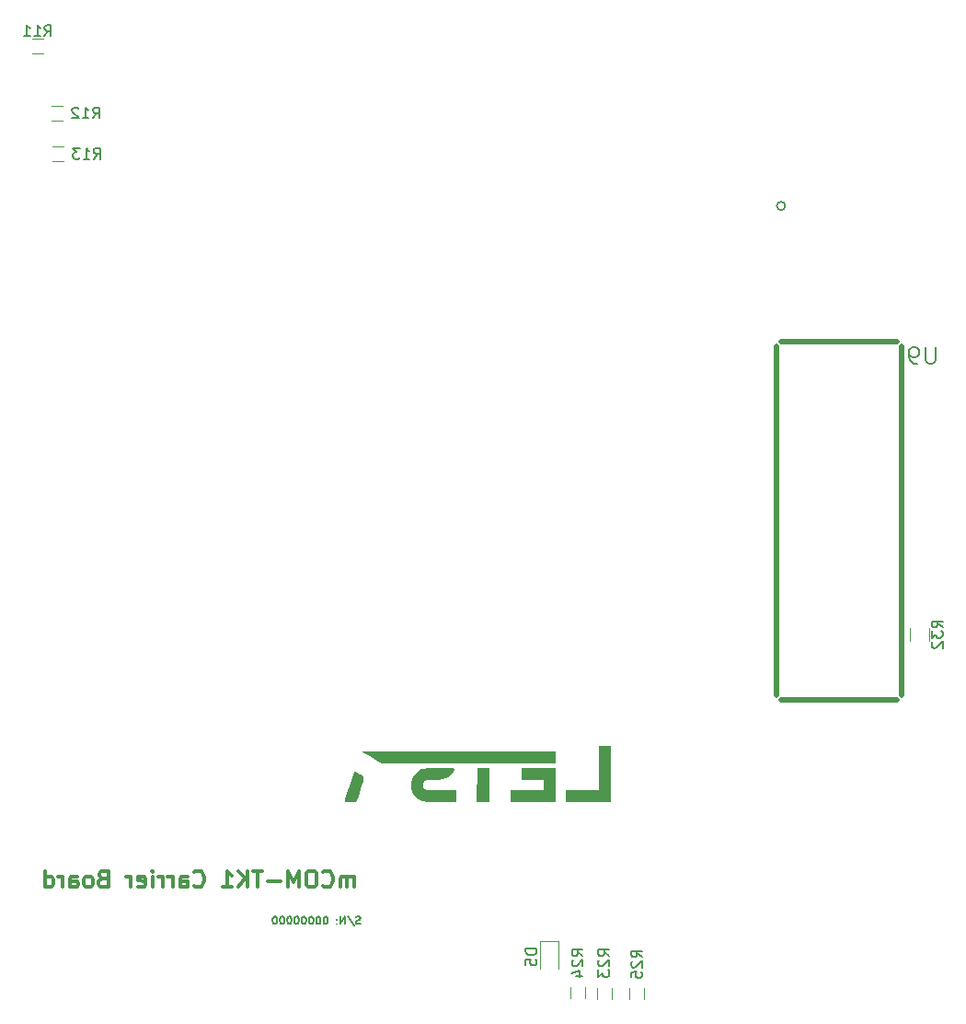
<source format=gbr>
G04 This is an RS-274x file exported by *
G04 gerbv version 2.6.1 *
G04 More information is available about gerbv at *
G04 http://gerbv.geda-project.org/ *
G04 --End of header info--*
%MOIN*%
%FSLAX34Y34*%
%IPPOS*%
G04 --Define apertures--*
%ADD10C,0.0039*%
%ADD11C,0.0069*%
%ADD12C,0.0118*%
%ADD13C,0.0004*%
%ADD14C,0.0060*%
%ADD15C,0.0047*%
%ADD16C,0.0197*%
%ADD17C,0.0059*%
G04 --Start main section--*
G54D11*
G01X0046175Y-042238D02*
G01X0046135Y-042251D01*
G01X0046135Y-042251D02*
G01X0046070Y-042251D01*
G01X0046070Y-042251D02*
G01X0046043Y-042238D01*
G01X0046043Y-042238D02*
G01X0046030Y-042224D01*
G01X0046030Y-042224D02*
G01X0046017Y-042198D01*
G01X0046017Y-042198D02*
G01X0046017Y-042172D01*
G01X0046017Y-042172D02*
G01X0046030Y-042146D01*
G01X0046030Y-042146D02*
G01X0046043Y-042133D01*
G01X0046043Y-042133D02*
G01X0046070Y-042119D01*
G01X0046070Y-042119D02*
G01X0046122Y-042106D01*
G01X0046122Y-042106D02*
G01X0046148Y-042093D01*
G01X0046148Y-042093D02*
G01X0046161Y-042080D01*
G01X0046161Y-042080D02*
G01X0046175Y-042054D01*
G01X0046175Y-042054D02*
G01X0046175Y-042028D01*
G01X0046175Y-042028D02*
G01X0046161Y-042001D01*
G01X0046161Y-042001D02*
G01X0046148Y-041988D01*
G01X0046148Y-041988D02*
G01X0046122Y-041975D01*
G01X0046122Y-041975D02*
G01X0046056Y-041975D01*
G01X0046056Y-041975D02*
G01X0046017Y-041988D01*
G01X0045702Y-041962D02*
G01X0045938Y-042316D01*
G01X0045610Y-042251D02*
G01X0045610Y-041975D01*
G01X0045610Y-041975D02*
G01X0045453Y-042251D01*
G01X0045453Y-042251D02*
G01X0045453Y-041975D01*
G01X0045322Y-042224D02*
G01X0045308Y-042238D01*
G01X0045308Y-042238D02*
G01X0045322Y-042251D01*
G01X0045322Y-042251D02*
G01X0045335Y-042238D01*
G01X0045335Y-042238D02*
G01X0045322Y-042224D01*
G01X0045322Y-042224D02*
G01X0045322Y-042251D01*
G01X0045322Y-042080D02*
G01X0045308Y-042093D01*
G01X0045308Y-042093D02*
G01X0045322Y-042106D01*
G01X0045322Y-042106D02*
G01X0045335Y-042093D01*
G01X0045335Y-042093D02*
G01X0045322Y-042080D01*
G01X0045322Y-042080D02*
G01X0045322Y-042106D01*
G01X0044928Y-041975D02*
G01X0044902Y-041975D01*
G01X0044902Y-041975D02*
G01X0044875Y-041988D01*
G01X0044875Y-041988D02*
G01X0044862Y-042001D01*
G01X0044862Y-042001D02*
G01X0044849Y-042028D01*
G01X0044849Y-042028D02*
G01X0044836Y-042080D01*
G01X0044836Y-042080D02*
G01X0044836Y-042146D01*
G01X0044836Y-042146D02*
G01X0044849Y-042198D01*
G01X0044849Y-042198D02*
G01X0044862Y-042224D01*
G01X0044862Y-042224D02*
G01X0044875Y-042238D01*
G01X0044875Y-042238D02*
G01X0044902Y-042251D01*
G01X0044902Y-042251D02*
G01X0044928Y-042251D01*
G01X0044928Y-042251D02*
G01X0044954Y-042238D01*
G01X0044954Y-042238D02*
G01X0044967Y-042224D01*
G01X0044967Y-042224D02*
G01X0044980Y-042198D01*
G01X0044980Y-042198D02*
G01X0044993Y-042146D01*
G01X0044993Y-042146D02*
G01X0044993Y-042080D01*
G01X0044993Y-042080D02*
G01X0044980Y-042028D01*
G01X0044980Y-042028D02*
G01X0044967Y-042001D01*
G01X0044967Y-042001D02*
G01X0044954Y-041988D01*
G01X0044954Y-041988D02*
G01X0044928Y-041975D01*
G01X0044665Y-041975D02*
G01X0044639Y-041975D01*
G01X0044639Y-041975D02*
G01X0044613Y-041988D01*
G01X0044613Y-041988D02*
G01X0044600Y-042001D01*
G01X0044600Y-042001D02*
G01X0044587Y-042028D01*
G01X0044587Y-042028D02*
G01X0044573Y-042080D01*
G01X0044573Y-042080D02*
G01X0044573Y-042146D01*
G01X0044573Y-042146D02*
G01X0044587Y-042198D01*
G01X0044587Y-042198D02*
G01X0044600Y-042224D01*
G01X0044600Y-042224D02*
G01X0044613Y-042238D01*
G01X0044613Y-042238D02*
G01X0044639Y-042251D01*
G01X0044639Y-042251D02*
G01X0044665Y-042251D01*
G01X0044665Y-042251D02*
G01X0044692Y-042238D01*
G01X0044692Y-042238D02*
G01X0044705Y-042224D01*
G01X0044705Y-042224D02*
G01X0044718Y-042198D01*
G01X0044718Y-042198D02*
G01X0044731Y-042146D01*
G01X0044731Y-042146D02*
G01X0044731Y-042080D01*
G01X0044731Y-042080D02*
G01X0044718Y-042028D01*
G01X0044718Y-042028D02*
G01X0044705Y-042001D01*
G01X0044705Y-042001D02*
G01X0044692Y-041988D01*
G01X0044692Y-041988D02*
G01X0044665Y-041975D01*
G01X0044403Y-041975D02*
G01X0044377Y-041975D01*
G01X0044377Y-041975D02*
G01X0044350Y-041988D01*
G01X0044350Y-041988D02*
G01X0044337Y-042001D01*
G01X0044337Y-042001D02*
G01X0044324Y-042028D01*
G01X0044324Y-042028D02*
G01X0044311Y-042080D01*
G01X0044311Y-042080D02*
G01X0044311Y-042146D01*
G01X0044311Y-042146D02*
G01X0044324Y-042198D01*
G01X0044324Y-042198D02*
G01X0044337Y-042224D01*
G01X0044337Y-042224D02*
G01X0044350Y-042238D01*
G01X0044350Y-042238D02*
G01X0044377Y-042251D01*
G01X0044377Y-042251D02*
G01X0044403Y-042251D01*
G01X0044403Y-042251D02*
G01X0044429Y-042238D01*
G01X0044429Y-042238D02*
G01X0044442Y-042224D01*
G01X0044442Y-042224D02*
G01X0044455Y-042198D01*
G01X0044455Y-042198D02*
G01X0044469Y-042146D01*
G01X0044469Y-042146D02*
G01X0044469Y-042080D01*
G01X0044469Y-042080D02*
G01X0044455Y-042028D01*
G01X0044455Y-042028D02*
G01X0044442Y-042001D01*
G01X0044442Y-042001D02*
G01X0044429Y-041988D01*
G01X0044429Y-041988D02*
G01X0044403Y-041975D01*
G01X0044140Y-041975D02*
G01X0044114Y-041975D01*
G01X0044114Y-041975D02*
G01X0044088Y-041988D01*
G01X0044088Y-041988D02*
G01X0044075Y-042001D01*
G01X0044075Y-042001D02*
G01X0044062Y-042028D01*
G01X0044062Y-042028D02*
G01X0044049Y-042080D01*
G01X0044049Y-042080D02*
G01X0044049Y-042146D01*
G01X0044049Y-042146D02*
G01X0044062Y-042198D01*
G01X0044062Y-042198D02*
G01X0044075Y-042224D01*
G01X0044075Y-042224D02*
G01X0044088Y-042238D01*
G01X0044088Y-042238D02*
G01X0044114Y-042251D01*
G01X0044114Y-042251D02*
G01X0044140Y-042251D01*
G01X0044140Y-042251D02*
G01X0044167Y-042238D01*
G01X0044167Y-042238D02*
G01X0044180Y-042224D01*
G01X0044180Y-042224D02*
G01X0044193Y-042198D01*
G01X0044193Y-042198D02*
G01X0044206Y-042146D01*
G01X0044206Y-042146D02*
G01X0044206Y-042080D01*
G01X0044206Y-042080D02*
G01X0044193Y-042028D01*
G01X0044193Y-042028D02*
G01X0044180Y-042001D01*
G01X0044180Y-042001D02*
G01X0044167Y-041988D01*
G01X0044167Y-041988D02*
G01X0044140Y-041975D01*
G01X0043878Y-041975D02*
G01X0043852Y-041975D01*
G01X0043852Y-041975D02*
G01X0043825Y-041988D01*
G01X0043825Y-041988D02*
G01X0043812Y-042001D01*
G01X0043812Y-042001D02*
G01X0043799Y-042028D01*
G01X0043799Y-042028D02*
G01X0043786Y-042080D01*
G01X0043786Y-042080D02*
G01X0043786Y-042146D01*
G01X0043786Y-042146D02*
G01X0043799Y-042198D01*
G01X0043799Y-042198D02*
G01X0043812Y-042224D01*
G01X0043812Y-042224D02*
G01X0043825Y-042238D01*
G01X0043825Y-042238D02*
G01X0043852Y-042251D01*
G01X0043852Y-042251D02*
G01X0043878Y-042251D01*
G01X0043878Y-042251D02*
G01X0043904Y-042238D01*
G01X0043904Y-042238D02*
G01X0043917Y-042224D01*
G01X0043917Y-042224D02*
G01X0043930Y-042198D01*
G01X0043930Y-042198D02*
G01X0043944Y-042146D01*
G01X0043944Y-042146D02*
G01X0043944Y-042080D01*
G01X0043944Y-042080D02*
G01X0043930Y-042028D01*
G01X0043930Y-042028D02*
G01X0043917Y-042001D01*
G01X0043917Y-042001D02*
G01X0043904Y-041988D01*
G01X0043904Y-041988D02*
G01X0043878Y-041975D01*
G01X0043615Y-041975D02*
G01X0043589Y-041975D01*
G01X0043589Y-041975D02*
G01X0043563Y-041988D01*
G01X0043563Y-041988D02*
G01X0043550Y-042001D01*
G01X0043550Y-042001D02*
G01X0043537Y-042028D01*
G01X0043537Y-042028D02*
G01X0043524Y-042080D01*
G01X0043524Y-042080D02*
G01X0043524Y-042146D01*
G01X0043524Y-042146D02*
G01X0043537Y-042198D01*
G01X0043537Y-042198D02*
G01X0043550Y-042224D01*
G01X0043550Y-042224D02*
G01X0043563Y-042238D01*
G01X0043563Y-042238D02*
G01X0043589Y-042251D01*
G01X0043589Y-042251D02*
G01X0043615Y-042251D01*
G01X0043615Y-042251D02*
G01X0043642Y-042238D01*
G01X0043642Y-042238D02*
G01X0043655Y-042224D01*
G01X0043655Y-042224D02*
G01X0043668Y-042198D01*
G01X0043668Y-042198D02*
G01X0043681Y-042146D01*
G01X0043681Y-042146D02*
G01X0043681Y-042080D01*
G01X0043681Y-042080D02*
G01X0043668Y-042028D01*
G01X0043668Y-042028D02*
G01X0043655Y-042001D01*
G01X0043655Y-042001D02*
G01X0043642Y-041988D01*
G01X0043642Y-041988D02*
G01X0043615Y-041975D01*
G01X0043353Y-041975D02*
G01X0043327Y-041975D01*
G01X0043327Y-041975D02*
G01X0043301Y-041988D01*
G01X0043301Y-041988D02*
G01X0043287Y-042001D01*
G01X0043287Y-042001D02*
G01X0043274Y-042028D01*
G01X0043274Y-042028D02*
G01X0043261Y-042080D01*
G01X0043261Y-042080D02*
G01X0043261Y-042146D01*
G01X0043261Y-042146D02*
G01X0043274Y-042198D01*
G01X0043274Y-042198D02*
G01X0043287Y-042224D01*
G01X0043287Y-042224D02*
G01X0043301Y-042238D01*
G01X0043301Y-042238D02*
G01X0043327Y-042251D01*
G01X0043327Y-042251D02*
G01X0043353Y-042251D01*
G01X0043353Y-042251D02*
G01X0043379Y-042238D01*
G01X0043379Y-042238D02*
G01X0043392Y-042224D01*
G01X0043392Y-042224D02*
G01X0043406Y-042198D01*
G01X0043406Y-042198D02*
G01X0043419Y-042146D01*
G01X0043419Y-042146D02*
G01X0043419Y-042080D01*
G01X0043419Y-042080D02*
G01X0043406Y-042028D01*
G01X0043406Y-042028D02*
G01X0043392Y-042001D01*
G01X0043392Y-042001D02*
G01X0043379Y-041988D01*
G01X0043379Y-041988D02*
G01X0043353Y-041975D01*
G01X0043091Y-041975D02*
G01X0043064Y-041975D01*
G01X0043064Y-041975D02*
G01X0043038Y-041988D01*
G01X0043038Y-041988D02*
G01X0043025Y-042001D01*
G01X0043025Y-042001D02*
G01X0043012Y-042028D01*
G01X0043012Y-042028D02*
G01X0042999Y-042080D01*
G01X0042999Y-042080D02*
G01X0042999Y-042146D01*
G01X0042999Y-042146D02*
G01X0043012Y-042198D01*
G01X0043012Y-042198D02*
G01X0043025Y-042224D01*
G01X0043025Y-042224D02*
G01X0043038Y-042238D01*
G01X0043038Y-042238D02*
G01X0043064Y-042251D01*
G01X0043064Y-042251D02*
G01X0043091Y-042251D01*
G01X0043091Y-042251D02*
G01X0043117Y-042238D01*
G01X0043117Y-042238D02*
G01X0043130Y-042224D01*
G01X0043130Y-042224D02*
G01X0043143Y-042198D01*
G01X0043143Y-042198D02*
G01X0043156Y-042146D01*
G01X0043156Y-042146D02*
G01X0043156Y-042080D01*
G01X0043156Y-042080D02*
G01X0043143Y-042028D01*
G01X0043143Y-042028D02*
G01X0043130Y-042001D01*
G01X0043130Y-042001D02*
G01X0043117Y-041988D01*
G01X0043117Y-041988D02*
G01X0043091Y-041975D01*
G54D12*
G01X0045951Y-040917D02*
G01X0045951Y-040523D01*
G01X0045951Y-040579D02*
G01X0045922Y-040551D01*
G01X0045922Y-040551D02*
G01X0045866Y-040523D01*
G01X0045866Y-040523D02*
G01X0045782Y-040523D01*
G01X0045782Y-040523D02*
G01X0045726Y-040551D01*
G01X0045726Y-040551D02*
G01X0045697Y-040607D01*
G01X0045697Y-040607D02*
G01X0045697Y-040917D01*
G01X0045697Y-040607D02*
G01X0045669Y-040551D01*
G01X0045669Y-040551D02*
G01X0045613Y-040523D01*
G01X0045613Y-040523D02*
G01X0045529Y-040523D01*
G01X0045529Y-040523D02*
G01X0045472Y-040551D01*
G01X0045472Y-040551D02*
G01X0045444Y-040607D01*
G01X0045444Y-040607D02*
G01X0045444Y-040917D01*
G01X0044826Y-040861D02*
G01X0044854Y-040889D01*
G01X0044854Y-040889D02*
G01X0044938Y-040917D01*
G01X0044938Y-040917D02*
G01X0044994Y-040917D01*
G01X0044994Y-040917D02*
G01X0045079Y-040889D01*
G01X0045079Y-040889D02*
G01X0045135Y-040832D01*
G01X0045135Y-040832D02*
G01X0045163Y-040776D01*
G01X0045163Y-040776D02*
G01X0045191Y-040664D01*
G01X0045191Y-040664D02*
G01X0045191Y-040579D01*
G01X0045191Y-040579D02*
G01X0045163Y-040467D01*
G01X0045163Y-040467D02*
G01X0045135Y-040411D01*
G01X0045135Y-040411D02*
G01X0045079Y-040354D01*
G01X0045079Y-040354D02*
G01X0044994Y-040326D01*
G01X0044994Y-040326D02*
G01X0044938Y-040326D01*
G01X0044938Y-040326D02*
G01X0044854Y-040354D01*
G01X0044854Y-040354D02*
G01X0044826Y-040382D01*
G01X0044460Y-040326D02*
G01X0044348Y-040326D01*
G01X0044348Y-040326D02*
G01X0044291Y-040354D01*
G01X0044291Y-040354D02*
G01X0044235Y-040411D01*
G01X0044235Y-040411D02*
G01X0044207Y-040523D01*
G01X0044207Y-040523D02*
G01X0044207Y-040720D01*
G01X0044207Y-040720D02*
G01X0044235Y-040832D01*
G01X0044235Y-040832D02*
G01X0044291Y-040889D01*
G01X0044291Y-040889D02*
G01X0044348Y-040917D01*
G01X0044348Y-040917D02*
G01X0044460Y-040917D01*
G01X0044460Y-040917D02*
G01X0044516Y-040889D01*
G01X0044516Y-040889D02*
G01X0044573Y-040832D01*
G01X0044573Y-040832D02*
G01X0044601Y-040720D01*
G01X0044601Y-040720D02*
G01X0044601Y-040523D01*
G01X0044601Y-040523D02*
G01X0044573Y-040411D01*
G01X0044573Y-040411D02*
G01X0044516Y-040354D01*
G01X0044516Y-040354D02*
G01X0044460Y-040326D01*
G01X0043954Y-040917D02*
G01X0043954Y-040326D01*
G01X0043954Y-040326D02*
G01X0043757Y-040748D01*
G01X0043757Y-040748D02*
G01X0043560Y-040326D01*
G01X0043560Y-040326D02*
G01X0043560Y-040917D01*
G01X0043279Y-040692D02*
G01X0042829Y-040692D01*
G01X0042632Y-040326D02*
G01X0042295Y-040326D01*
G01X0042463Y-040917D02*
G01X0042463Y-040326D01*
G01X0042098Y-040917D02*
G01X0042098Y-040326D01*
G01X0041760Y-040917D02*
G01X0042013Y-040579D01*
G01X0041760Y-040326D02*
G01X0042098Y-040664D01*
G01X0041198Y-040917D02*
G01X0041535Y-040917D01*
G01X0041367Y-040917D02*
G01X0041367Y-040326D01*
G01X0041367Y-040326D02*
G01X0041423Y-040411D01*
G01X0041423Y-040411D02*
G01X0041479Y-040467D01*
G01X0041479Y-040467D02*
G01X0041535Y-040495D01*
G01X0040157Y-040861D02*
G01X0040186Y-040889D01*
G01X0040186Y-040889D02*
G01X0040270Y-040917D01*
G01X0040270Y-040917D02*
G01X0040326Y-040917D01*
G01X0040326Y-040917D02*
G01X0040411Y-040889D01*
G01X0040411Y-040889D02*
G01X0040467Y-040832D01*
G01X0040467Y-040832D02*
G01X0040495Y-040776D01*
G01X0040495Y-040776D02*
G01X0040523Y-040664D01*
G01X0040523Y-040664D02*
G01X0040523Y-040579D01*
G01X0040523Y-040579D02*
G01X0040495Y-040467D01*
G01X0040495Y-040467D02*
G01X0040467Y-040411D01*
G01X0040467Y-040411D02*
G01X0040411Y-040354D01*
G01X0040411Y-040354D02*
G01X0040326Y-040326D01*
G01X0040326Y-040326D02*
G01X0040270Y-040326D01*
G01X0040270Y-040326D02*
G01X0040186Y-040354D01*
G01X0040186Y-040354D02*
G01X0040157Y-040382D01*
G01X0039651Y-040917D02*
G01X0039651Y-040607D01*
G01X0039651Y-040607D02*
G01X0039679Y-040551D01*
G01X0039679Y-040551D02*
G01X0039736Y-040523D01*
G01X0039736Y-040523D02*
G01X0039848Y-040523D01*
G01X0039848Y-040523D02*
G01X0039904Y-040551D01*
G01X0039651Y-040889D02*
G01X0039708Y-040917D01*
G01X0039708Y-040917D02*
G01X0039848Y-040917D01*
G01X0039848Y-040917D02*
G01X0039904Y-040889D01*
G01X0039904Y-040889D02*
G01X0039933Y-040832D01*
G01X0039933Y-040832D02*
G01X0039933Y-040776D01*
G01X0039933Y-040776D02*
G01X0039904Y-040720D01*
G01X0039904Y-040720D02*
G01X0039848Y-040692D01*
G01X0039848Y-040692D02*
G01X0039708Y-040692D01*
G01X0039708Y-040692D02*
G01X0039651Y-040664D01*
G01X0039370Y-040917D02*
G01X0039370Y-040523D01*
G01X0039370Y-040636D02*
G01X0039342Y-040579D01*
G01X0039342Y-040579D02*
G01X0039314Y-040551D01*
G01X0039314Y-040551D02*
G01X0039258Y-040523D01*
G01X0039258Y-040523D02*
G01X0039201Y-040523D01*
G01X0039005Y-040917D02*
G01X0039005Y-040523D01*
G01X0039005Y-040636D02*
G01X0038976Y-040579D01*
G01X0038976Y-040579D02*
G01X0038948Y-040551D01*
G01X0038948Y-040551D02*
G01X0038892Y-040523D01*
G01X0038892Y-040523D02*
G01X0038836Y-040523D01*
G01X0038639Y-040917D02*
G01X0038639Y-040523D01*
G01X0038639Y-040326D02*
G01X0038667Y-040354D01*
G01X0038667Y-040354D02*
G01X0038639Y-040382D01*
G01X0038639Y-040382D02*
G01X0038611Y-040354D01*
G01X0038611Y-040354D02*
G01X0038639Y-040326D01*
G01X0038639Y-040326D02*
G01X0038639Y-040382D01*
G01X0038133Y-040889D02*
G01X0038189Y-040917D01*
G01X0038189Y-040917D02*
G01X0038301Y-040917D01*
G01X0038301Y-040917D02*
G01X0038358Y-040889D01*
G01X0038358Y-040889D02*
G01X0038386Y-040832D01*
G01X0038386Y-040832D02*
G01X0038386Y-040607D01*
G01X0038386Y-040607D02*
G01X0038358Y-040551D01*
G01X0038358Y-040551D02*
G01X0038301Y-040523D01*
G01X0038301Y-040523D02*
G01X0038189Y-040523D01*
G01X0038189Y-040523D02*
G01X0038133Y-040551D01*
G01X0038133Y-040551D02*
G01X0038105Y-040607D01*
G01X0038105Y-040607D02*
G01X0038105Y-040664D01*
G01X0038105Y-040664D02*
G01X0038386Y-040720D01*
G01X0037852Y-040917D02*
G01X0037852Y-040523D01*
G01X0037852Y-040636D02*
G01X0037823Y-040579D01*
G01X0037823Y-040579D02*
G01X0037795Y-040551D01*
G01X0037795Y-040551D02*
G01X0037739Y-040523D01*
G01X0037739Y-040523D02*
G01X0037683Y-040523D01*
G01X0036839Y-040607D02*
G01X0036755Y-040636D01*
G01X0036755Y-040636D02*
G01X0036727Y-040664D01*
G01X0036727Y-040664D02*
G01X0036699Y-040720D01*
G01X0036699Y-040720D02*
G01X0036699Y-040804D01*
G01X0036699Y-040804D02*
G01X0036727Y-040861D01*
G01X0036727Y-040861D02*
G01X0036755Y-040889D01*
G01X0036755Y-040889D02*
G01X0036811Y-040917D01*
G01X0036811Y-040917D02*
G01X0037036Y-040917D01*
G01X0037036Y-040917D02*
G01X0037036Y-040326D01*
G01X0037036Y-040326D02*
G01X0036839Y-040326D01*
G01X0036839Y-040326D02*
G01X0036783Y-040354D01*
G01X0036783Y-040354D02*
G01X0036755Y-040382D01*
G01X0036755Y-040382D02*
G01X0036727Y-040439D01*
G01X0036727Y-040439D02*
G01X0036727Y-040495D01*
G01X0036727Y-040495D02*
G01X0036755Y-040551D01*
G01X0036755Y-040551D02*
G01X0036783Y-040579D01*
G01X0036783Y-040579D02*
G01X0036839Y-040607D01*
G01X0036839Y-040607D02*
G01X0037036Y-040607D01*
G01X0036361Y-040917D02*
G01X0036417Y-040889D01*
G01X0036417Y-040889D02*
G01X0036445Y-040861D01*
G01X0036445Y-040861D02*
G01X0036474Y-040804D01*
G01X0036474Y-040804D02*
G01X0036474Y-040636D01*
G01X0036474Y-040636D02*
G01X0036445Y-040579D01*
G01X0036445Y-040579D02*
G01X0036417Y-040551D01*
G01X0036417Y-040551D02*
G01X0036361Y-040523D01*
G01X0036361Y-040523D02*
G01X0036277Y-040523D01*
G01X0036277Y-040523D02*
G01X0036220Y-040551D01*
G01X0036220Y-040551D02*
G01X0036192Y-040579D01*
G01X0036192Y-040579D02*
G01X0036164Y-040636D01*
G01X0036164Y-040636D02*
G01X0036164Y-040804D01*
G01X0036164Y-040804D02*
G01X0036192Y-040861D01*
G01X0036192Y-040861D02*
G01X0036220Y-040889D01*
G01X0036220Y-040889D02*
G01X0036277Y-040917D01*
G01X0036277Y-040917D02*
G01X0036361Y-040917D01*
G01X0035658Y-040917D02*
G01X0035658Y-040607D01*
G01X0035658Y-040607D02*
G01X0035686Y-040551D01*
G01X0035686Y-040551D02*
G01X0035742Y-040523D01*
G01X0035742Y-040523D02*
G01X0035855Y-040523D01*
G01X0035855Y-040523D02*
G01X0035911Y-040551D01*
G01X0035658Y-040889D02*
G01X0035714Y-040917D01*
G01X0035714Y-040917D02*
G01X0035855Y-040917D01*
G01X0035855Y-040917D02*
G01X0035911Y-040889D01*
G01X0035911Y-040889D02*
G01X0035939Y-040832D01*
G01X0035939Y-040832D02*
G01X0035939Y-040776D01*
G01X0035939Y-040776D02*
G01X0035911Y-040720D01*
G01X0035911Y-040720D02*
G01X0035855Y-040692D01*
G01X0035855Y-040692D02*
G01X0035714Y-040692D01*
G01X0035714Y-040692D02*
G01X0035658Y-040664D01*
G01X0035377Y-040917D02*
G01X0035377Y-040523D01*
G01X0035377Y-040636D02*
G01X0035349Y-040579D01*
G01X0035349Y-040579D02*
G01X0035321Y-040551D01*
G01X0035321Y-040551D02*
G01X0035264Y-040523D01*
G01X0035264Y-040523D02*
G01X0035208Y-040523D01*
G01X0034758Y-040917D02*
G01X0034758Y-040326D01*
G01X0034758Y-040889D02*
G01X0034814Y-040917D01*
G01X0034814Y-040917D02*
G01X0034927Y-040917D01*
G01X0034927Y-040917D02*
G01X0034983Y-040889D01*
G01X0034983Y-040889D02*
G01X0035011Y-040861D01*
G01X0035011Y-040861D02*
G01X0035039Y-040804D01*
G01X0035039Y-040804D02*
G01X0035039Y-040636D01*
G01X0035039Y-040636D02*
G01X0035011Y-040579D01*
G01X0035011Y-040579D02*
G01X0034983Y-040551D01*
G01X0034983Y-040551D02*
G01X0034927Y-040523D01*
G01X0034927Y-040523D02*
G01X0034814Y-040523D01*
G01X0034814Y-040523D02*
G01X0034758Y-040551D01*
G54D13*
G36*
G01X0054828Y-036608D02*
G01X0054822Y-037409D01*
G01X0053629Y-037409D01*
G01X0053629Y-037807D01*
G01X0055220Y-037807D01*
G01X0055220Y-035807D01*
G01X0054834Y-035807D01*
G01X0054828Y-036608D01*
G01X0054828Y-036608D01*
G37*
G01X0054828Y-036608D02*
G01X0054822Y-037409D01*
G01X0054822Y-037409D02*
G01X0053629Y-037409D01*
G01X0053629Y-037409D02*
G01X0053629Y-037807D01*
G01X0053629Y-037807D02*
G01X0055220Y-037807D01*
G01X0055220Y-037807D02*
G01X0055220Y-035807D01*
G01X0055220Y-035807D02*
G01X0054834Y-035807D01*
G01X0054834Y-035807D02*
G01X0054828Y-036608D01*
G36*
G01X0052015Y-037011D02*
G01X0052835Y-037011D01*
G01X0052828Y-037210D01*
G01X0052822Y-037409D01*
G01X0052220Y-037414D01*
G01X0051617Y-037418D01*
G01X0051611Y-037612D01*
G01X0051604Y-037807D01*
G01X0053220Y-037807D01*
G01X0053220Y-036602D01*
G01X0052015Y-036602D01*
G01X0052015Y-037011D01*
G01X0052015Y-037011D01*
G37*
G01X0052015Y-037011D02*
G01X0052835Y-037011D01*
G01X0052835Y-037011D02*
G01X0052828Y-037210D01*
G01X0052828Y-037210D02*
G01X0052822Y-037409D01*
G01X0052822Y-037409D02*
G01X0052220Y-037414D01*
G01X0052220Y-037414D02*
G01X0051617Y-037418D01*
G01X0051617Y-037418D02*
G01X0051611Y-037612D01*
G01X0051611Y-037612D02*
G01X0051604Y-037807D01*
G01X0051604Y-037807D02*
G01X0053220Y-037807D01*
G01X0053220Y-037807D02*
G01X0053220Y-036602D01*
G01X0053220Y-036602D02*
G01X0052015Y-036602D01*
G01X0052015Y-036602D02*
G01X0052015Y-037011D01*
G36*
G01X0050612Y-036607D02*
G01X0050413Y-036614D01*
G01X0050401Y-037807D01*
G01X0050810Y-037807D01*
G01X0050810Y-036600D01*
G01X0050612Y-036607D01*
G01X0050612Y-036607D01*
G37*
G01X0050612Y-036607D02*
G01X0050413Y-036614D01*
G01X0050413Y-036614D02*
G01X0050401Y-037807D01*
G01X0050401Y-037807D02*
G01X0050810Y-037807D01*
G01X0050810Y-037807D02*
G01X0050810Y-036600D01*
G01X0050810Y-036600D02*
G01X0050612Y-036607D01*
G36*
G01X0048857Y-036603D02*
G01X0048700Y-036607D01*
G01X0048576Y-036615D01*
G01X0048478Y-036628D01*
G01X0048400Y-036647D01*
G01X0048335Y-036674D01*
G01X0048277Y-036710D01*
G01X0048220Y-036756D01*
G01X0048213Y-036761D01*
G01X0048107Y-036882D01*
G01X0048039Y-037018D01*
G01X0048008Y-037162D01*
G01X0048014Y-037307D01*
G01X0048054Y-037446D01*
G01X0048128Y-037573D01*
G01X0048235Y-037680D01*
G01X0048372Y-037762D01*
G01X0048409Y-037777D01*
G01X0048461Y-037787D01*
G01X0048559Y-037795D01*
G01X0048699Y-037800D01*
G01X0048883Y-037804D01*
G01X0049043Y-037805D01*
G01X0049606Y-037807D01*
G01X0049606Y-037420D01*
G01X0049105Y-037420D01*
G01X0048916Y-037419D01*
G01X0048766Y-037416D01*
G01X0048652Y-037409D01*
G01X0048567Y-037397D01*
G01X0048507Y-037380D01*
G01X0048466Y-037357D01*
G01X0048439Y-037326D01*
G01X0048424Y-037295D01*
G01X0048403Y-037210D01*
G01X0048418Y-037142D01*
G01X0048468Y-037078D01*
G01X0048497Y-037050D01*
G01X0048525Y-037031D01*
G01X0048562Y-037019D01*
G01X0048616Y-037014D01*
G01X0048697Y-037012D01*
G01X0048805Y-037011D01*
G01X0048991Y-037006D01*
G01X0049140Y-036986D01*
G01X0049259Y-036951D01*
G01X0049357Y-036897D01*
G01X0049441Y-036821D01*
G01X0049494Y-036755D01*
G01X0049529Y-036707D01*
G01X0049551Y-036671D01*
G01X0049556Y-036644D01*
G01X0049540Y-036625D01*
G01X0049500Y-036613D01*
G01X0049430Y-036606D01*
G01X0049326Y-036603D01*
G01X0049184Y-036602D01*
G01X0049053Y-036602D01*
G01X0048857Y-036603D01*
G01X0048857Y-036603D01*
G37*
G01X0048857Y-036603D02*
G01X0048700Y-036607D01*
G01X0048700Y-036607D02*
G01X0048576Y-036615D01*
G01X0048576Y-036615D02*
G01X0048478Y-036628D01*
G01X0048478Y-036628D02*
G01X0048400Y-036647D01*
G01X0048400Y-036647D02*
G01X0048335Y-036674D01*
G01X0048335Y-036674D02*
G01X0048277Y-036710D01*
G01X0048277Y-036710D02*
G01X0048220Y-036756D01*
G01X0048220Y-036756D02*
G01X0048213Y-036761D01*
G01X0048213Y-036761D02*
G01X0048107Y-036882D01*
G01X0048107Y-036882D02*
G01X0048039Y-037018D01*
G01X0048039Y-037018D02*
G01X0048008Y-037162D01*
G01X0048008Y-037162D02*
G01X0048014Y-037307D01*
G01X0048014Y-037307D02*
G01X0048054Y-037446D01*
G01X0048054Y-037446D02*
G01X0048128Y-037573D01*
G01X0048128Y-037573D02*
G01X0048235Y-037680D01*
G01X0048235Y-037680D02*
G01X0048372Y-037762D01*
G01X0048372Y-037762D02*
G01X0048409Y-037777D01*
G01X0048409Y-037777D02*
G01X0048461Y-037787D01*
G01X0048461Y-037787D02*
G01X0048559Y-037795D01*
G01X0048559Y-037795D02*
G01X0048699Y-037800D01*
G01X0048699Y-037800D02*
G01X0048883Y-037804D01*
G01X0048883Y-037804D02*
G01X0049043Y-037805D01*
G01X0049043Y-037805D02*
G01X0049606Y-037807D01*
G01X0049606Y-037807D02*
G01X0049606Y-037420D01*
G01X0049606Y-037420D02*
G01X0049105Y-037420D01*
G01X0049105Y-037420D02*
G01X0048916Y-037419D01*
G01X0048916Y-037419D02*
G01X0048766Y-037416D01*
G01X0048766Y-037416D02*
G01X0048652Y-037409D01*
G01X0048652Y-037409D02*
G01X0048567Y-037397D01*
G01X0048567Y-037397D02*
G01X0048507Y-037380D01*
G01X0048507Y-037380D02*
G01X0048466Y-037357D01*
G01X0048466Y-037357D02*
G01X0048439Y-037326D01*
G01X0048439Y-037326D02*
G01X0048424Y-037295D01*
G01X0048424Y-037295D02*
G01X0048403Y-037210D01*
G01X0048403Y-037210D02*
G01X0048418Y-037142D01*
G01X0048418Y-037142D02*
G01X0048468Y-037078D01*
G01X0048468Y-037078D02*
G01X0048497Y-037050D01*
G01X0048497Y-037050D02*
G01X0048525Y-037031D01*
G01X0048525Y-037031D02*
G01X0048562Y-037019D01*
G01X0048562Y-037019D02*
G01X0048616Y-037014D01*
G01X0048616Y-037014D02*
G01X0048697Y-037012D01*
G01X0048697Y-037012D02*
G01X0048805Y-037011D01*
G01X0048805Y-037011D02*
G01X0048991Y-037006D01*
G01X0048991Y-037006D02*
G01X0049140Y-036986D01*
G01X0049140Y-036986D02*
G01X0049259Y-036951D01*
G01X0049259Y-036951D02*
G01X0049357Y-036897D01*
G01X0049357Y-036897D02*
G01X0049441Y-036821D01*
G01X0049441Y-036821D02*
G01X0049494Y-036755D01*
G01X0049494Y-036755D02*
G01X0049529Y-036707D01*
G01X0049529Y-036707D02*
G01X0049551Y-036671D01*
G01X0049551Y-036671D02*
G01X0049556Y-036644D01*
G01X0049556Y-036644D02*
G01X0049540Y-036625D01*
G01X0049540Y-036625D02*
G01X0049500Y-036613D01*
G01X0049500Y-036613D02*
G01X0049430Y-036606D01*
G01X0049430Y-036606D02*
G01X0049326Y-036603D01*
G01X0049326Y-036603D02*
G01X0049184Y-036602D01*
G01X0049184Y-036602D02*
G01X0049053Y-036602D01*
G01X0049053Y-036602D02*
G01X0048857Y-036603D01*
G36*
G01X0045778Y-037256D02*
G01X0045730Y-037401D01*
G01X0045687Y-037532D01*
G01X0045651Y-037643D01*
G01X0045625Y-037726D01*
G01X0045609Y-037777D01*
G01X0045606Y-037790D01*
G01X0045626Y-037800D01*
G01X0045680Y-037806D01*
G01X0045753Y-037808D01*
G01X0045835Y-037806D01*
G01X0045912Y-037800D01*
G01X0045972Y-037792D01*
G01X0046003Y-037780D01*
G01X0046004Y-037778D01*
G01X0046015Y-037749D01*
G01X0046037Y-037683D01*
G01X0046069Y-037589D01*
G01X0046107Y-037473D01*
G01X0046151Y-037344D01*
G01X0046152Y-037341D01*
G01X0046201Y-037196D01*
G01X0046236Y-037087D01*
G01X0046257Y-037008D01*
G01X0046262Y-036953D01*
G01X0046252Y-036913D01*
G01X0046223Y-036883D01*
G01X0046177Y-036854D01*
G01X0046112Y-036822D01*
G01X0046079Y-036805D01*
G01X0045950Y-036740D01*
G01X0045778Y-037256D01*
G01X0045778Y-037256D01*
G37*
G01X0045778Y-037256D02*
G01X0045730Y-037401D01*
G01X0045730Y-037401D02*
G01X0045687Y-037532D01*
G01X0045687Y-037532D02*
G01X0045651Y-037643D01*
G01X0045651Y-037643D02*
G01X0045625Y-037726D01*
G01X0045625Y-037726D02*
G01X0045609Y-037777D01*
G01X0045609Y-037777D02*
G01X0045606Y-037790D01*
G01X0045606Y-037790D02*
G01X0045626Y-037800D01*
G01X0045626Y-037800D02*
G01X0045680Y-037806D01*
G01X0045680Y-037806D02*
G01X0045753Y-037808D01*
G01X0045753Y-037808D02*
G01X0045835Y-037806D01*
G01X0045835Y-037806D02*
G01X0045912Y-037800D01*
G01X0045912Y-037800D02*
G01X0045972Y-037792D01*
G01X0045972Y-037792D02*
G01X0046003Y-037780D01*
G01X0046003Y-037780D02*
G01X0046004Y-037778D01*
G01X0046004Y-037778D02*
G01X0046015Y-037749D01*
G01X0046015Y-037749D02*
G01X0046037Y-037683D01*
G01X0046037Y-037683D02*
G01X0046069Y-037589D01*
G01X0046069Y-037589D02*
G01X0046107Y-037473D01*
G01X0046107Y-037473D02*
G01X0046151Y-037344D01*
G01X0046151Y-037344D02*
G01X0046152Y-037341D01*
G01X0046152Y-037341D02*
G01X0046201Y-037196D01*
G01X0046201Y-037196D02*
G01X0046236Y-037087D01*
G01X0046236Y-037087D02*
G01X0046257Y-037008D01*
G01X0046257Y-037008D02*
G01X0046262Y-036953D01*
G01X0046262Y-036953D02*
G01X0046252Y-036913D01*
G01X0046252Y-036913D02*
G01X0046223Y-036883D01*
G01X0046223Y-036883D02*
G01X0046177Y-036854D01*
G01X0046177Y-036854D02*
G01X0046112Y-036822D01*
G01X0046112Y-036822D02*
G01X0046079Y-036805D01*
G01X0046079Y-036805D02*
G01X0045950Y-036740D01*
G01X0045950Y-036740D02*
G01X0045778Y-037256D01*
G36*
G01X0046442Y-036103D02*
G01X0046548Y-036160D01*
G01X0046658Y-036226D01*
G01X0046752Y-036288D01*
G01X0046763Y-036296D01*
G01X0046902Y-036398D01*
G01X0053220Y-036398D01*
G01X0053220Y-036011D01*
G01X0046260Y-036011D01*
G01X0046442Y-036103D01*
G01X0046442Y-036103D01*
G37*
G01X0046442Y-036103D02*
G01X0046548Y-036160D01*
G01X0046548Y-036160D02*
G01X0046658Y-036226D01*
G01X0046658Y-036226D02*
G01X0046752Y-036288D01*
G01X0046752Y-036288D02*
G01X0046763Y-036296D01*
G01X0046763Y-036296D02*
G01X0046902Y-036398D01*
G01X0046902Y-036398D02*
G01X0053220Y-036398D01*
G01X0053220Y-036398D02*
G01X0053220Y-036011D01*
G01X0053220Y-036011D02*
G01X0046260Y-036011D01*
G01X0046260Y-036011D02*
G01X0046442Y-036103D01*
G54D14*
G01X0061567Y-016258D02*
G75*
G03X0061567Y-016258I-000150J0000000D01*
G54D15*
G01X0052679Y-042858D02*
G01X0053348Y-042858D01*
G01X0053348Y-042858D02*
G01X0053348Y-043862D01*
G01X0052679Y-042858D02*
G01X0052679Y-043862D01*
G01X0055289Y-044965D02*
G01X0055289Y-044571D01*
G01X0054754Y-044571D02*
G01X0054754Y-044965D01*
G01X0054335Y-044925D02*
G01X0054335Y-044531D01*
G01X0053799Y-044531D02*
G01X0053799Y-044925D01*
G01X0056461Y-044965D02*
G01X0056461Y-044571D01*
G01X0055925Y-044571D02*
G01X0055925Y-044965D01*
G01X0066094Y-031531D02*
G01X0066094Y-032004D01*
G01X0066787Y-032004D02*
G01X0066787Y-031531D01*
G54D16*
G01X0065787Y-021339D02*
G01X0065787Y-033976D01*
G01X0065630Y-034134D02*
G01X0061417Y-034134D01*
G01X0061260Y-033976D02*
G01X0061260Y-021339D01*
G01X0061417Y-021181D02*
G01X0065630Y-021181D01*
G54D15*
G01X0034281Y-010730D02*
G01X0034675Y-010730D01*
G01X0034675Y-010195D02*
G01X0034281Y-010195D01*
G01X0035000Y-013171D02*
G01X0035394Y-013171D01*
G01X0035394Y-012636D02*
G01X0035000Y-012636D01*
G01X0035010Y-014638D02*
G01X0035404Y-014638D01*
G01X0035404Y-014102D02*
G01X0035010Y-014102D01*
G54D17*
G01X0052562Y-043148D02*
G01X0052168Y-043148D01*
G01X0052168Y-043148D02*
G01X0052168Y-043242D01*
G01X0052168Y-043242D02*
G01X0052187Y-043298D01*
G01X0052187Y-043298D02*
G01X0052225Y-043336D01*
G01X0052225Y-043336D02*
G01X0052262Y-043355D01*
G01X0052262Y-043355D02*
G01X0052337Y-043373D01*
G01X0052337Y-043373D02*
G01X0052393Y-043373D01*
G01X0052393Y-043373D02*
G01X0052468Y-043355D01*
G01X0052468Y-043355D02*
G01X0052506Y-043336D01*
G01X0052506Y-043336D02*
G01X0052543Y-043298D01*
G01X0052543Y-043298D02*
G01X0052562Y-043242D01*
G01X0052562Y-043242D02*
G01X0052562Y-043148D01*
G01X0052168Y-043730D02*
G01X0052168Y-043542D01*
G01X0052168Y-043542D02*
G01X0052356Y-043523D01*
G01X0052356Y-043523D02*
G01X0052337Y-043542D01*
G01X0052337Y-043542D02*
G01X0052318Y-043580D01*
G01X0052318Y-043580D02*
G01X0052318Y-043673D01*
G01X0052318Y-043673D02*
G01X0052337Y-043711D01*
G01X0052337Y-043711D02*
G01X0052356Y-043730D01*
G01X0052356Y-043730D02*
G01X0052393Y-043748D01*
G01X0052393Y-043748D02*
G01X0052487Y-043748D01*
G01X0052487Y-043748D02*
G01X0052524Y-043730D01*
G01X0052524Y-043730D02*
G01X0052543Y-043711D01*
G01X0052543Y-043711D02*
G01X0052562Y-043673D01*
G01X0052562Y-043673D02*
G01X0052562Y-043580D01*
G01X0052562Y-043580D02*
G01X0052543Y-043542D01*
G01X0052543Y-043542D02*
G01X0052524Y-043523D01*
G01X0055190Y-043412D02*
G01X0055002Y-043281D01*
G01X0055190Y-043187D02*
G01X0054796Y-043187D01*
G01X0054796Y-043187D02*
G01X0054796Y-043337D01*
G01X0054796Y-043337D02*
G01X0054815Y-043375D01*
G01X0054815Y-043375D02*
G01X0054834Y-043394D01*
G01X0054834Y-043394D02*
G01X0054871Y-043412D01*
G01X0054871Y-043412D02*
G01X0054927Y-043412D01*
G01X0054927Y-043412D02*
G01X0054965Y-043394D01*
G01X0054965Y-043394D02*
G01X0054984Y-043375D01*
G01X0054984Y-043375D02*
G01X0055002Y-043337D01*
G01X0055002Y-043337D02*
G01X0055002Y-043187D01*
G01X0054834Y-043562D02*
G01X0054815Y-043581D01*
G01X0054815Y-043581D02*
G01X0054796Y-043618D01*
G01X0054796Y-043618D02*
G01X0054796Y-043712D01*
G01X0054796Y-043712D02*
G01X0054815Y-043750D01*
G01X0054815Y-043750D02*
G01X0054834Y-043768D01*
G01X0054834Y-043768D02*
G01X0054871Y-043787D01*
G01X0054871Y-043787D02*
G01X0054909Y-043787D01*
G01X0054909Y-043787D02*
G01X0054965Y-043768D01*
G01X0054965Y-043768D02*
G01X0055190Y-043543D01*
G01X0055190Y-043543D02*
G01X0055190Y-043787D01*
G01X0054796Y-043918D02*
G01X0054796Y-044162D01*
G01X0054796Y-044162D02*
G01X0054946Y-044031D01*
G01X0054946Y-044031D02*
G01X0054946Y-044087D01*
G01X0054946Y-044087D02*
G01X0054965Y-044125D01*
G01X0054965Y-044125D02*
G01X0054984Y-044143D01*
G01X0054984Y-044143D02*
G01X0055021Y-044162D01*
G01X0055021Y-044162D02*
G01X0055115Y-044162D01*
G01X0055115Y-044162D02*
G01X0055152Y-044143D01*
G01X0055152Y-044143D02*
G01X0055171Y-044125D01*
G01X0055171Y-044125D02*
G01X0055190Y-044087D01*
G01X0055190Y-044087D02*
G01X0055190Y-043975D01*
G01X0055190Y-043975D02*
G01X0055171Y-043937D01*
G01X0055171Y-043937D02*
G01X0055152Y-043918D01*
G01X0054235Y-043412D02*
G01X0054048Y-043281D01*
G01X0054235Y-043187D02*
G01X0053841Y-043187D01*
G01X0053841Y-043187D02*
G01X0053841Y-043337D01*
G01X0053841Y-043337D02*
G01X0053860Y-043375D01*
G01X0053860Y-043375D02*
G01X0053879Y-043394D01*
G01X0053879Y-043394D02*
G01X0053916Y-043412D01*
G01X0053916Y-043412D02*
G01X0053973Y-043412D01*
G01X0053973Y-043412D02*
G01X0054010Y-043394D01*
G01X0054010Y-043394D02*
G01X0054029Y-043375D01*
G01X0054029Y-043375D02*
G01X0054048Y-043337D01*
G01X0054048Y-043337D02*
G01X0054048Y-043187D01*
G01X0053879Y-043562D02*
G01X0053860Y-043581D01*
G01X0053860Y-043581D02*
G01X0053841Y-043618D01*
G01X0053841Y-043618D02*
G01X0053841Y-043712D01*
G01X0053841Y-043712D02*
G01X0053860Y-043750D01*
G01X0053860Y-043750D02*
G01X0053879Y-043768D01*
G01X0053879Y-043768D02*
G01X0053916Y-043787D01*
G01X0053916Y-043787D02*
G01X0053954Y-043787D01*
G01X0053954Y-043787D02*
G01X0054010Y-043768D01*
G01X0054010Y-043768D02*
G01X0054235Y-043543D01*
G01X0054235Y-043543D02*
G01X0054235Y-043787D01*
G01X0053973Y-044125D02*
G01X0054235Y-044125D01*
G01X0053823Y-044031D02*
G01X0054104Y-043937D01*
G01X0054104Y-043937D02*
G01X0054104Y-044181D01*
G01X0056381Y-043452D02*
G01X0056193Y-043320D01*
G01X0056381Y-043227D02*
G01X0055987Y-043227D01*
G01X0055987Y-043227D02*
G01X0055987Y-043377D01*
G01X0055987Y-043377D02*
G01X0056006Y-043414D01*
G01X0056006Y-043414D02*
G01X0056025Y-043433D01*
G01X0056025Y-043433D02*
G01X0056062Y-043452D01*
G01X0056062Y-043452D02*
G01X0056118Y-043452D01*
G01X0056118Y-043452D02*
G01X0056156Y-043433D01*
G01X0056156Y-043433D02*
G01X0056175Y-043414D01*
G01X0056175Y-043414D02*
G01X0056193Y-043377D01*
G01X0056193Y-043377D02*
G01X0056193Y-043227D01*
G01X0056025Y-043602D02*
G01X0056006Y-043620D01*
G01X0056006Y-043620D02*
G01X0055987Y-043658D01*
G01X0055987Y-043658D02*
G01X0055987Y-043752D01*
G01X0055987Y-043752D02*
G01X0056006Y-043789D01*
G01X0056006Y-043789D02*
G01X0056025Y-043808D01*
G01X0056025Y-043808D02*
G01X0056062Y-043827D01*
G01X0056062Y-043827D02*
G01X0056100Y-043827D01*
G01X0056100Y-043827D02*
G01X0056156Y-043808D01*
G01X0056156Y-043808D02*
G01X0056381Y-043583D01*
G01X0056381Y-043583D02*
G01X0056381Y-043827D01*
G01X0055987Y-044183D02*
G01X0055987Y-043995D01*
G01X0055987Y-043995D02*
G01X0056175Y-043977D01*
G01X0056175Y-043977D02*
G01X0056156Y-043995D01*
G01X0056156Y-043995D02*
G01X0056137Y-044033D01*
G01X0056137Y-044033D02*
G01X0056137Y-044127D01*
G01X0056137Y-044127D02*
G01X0056156Y-044164D01*
G01X0056156Y-044164D02*
G01X0056175Y-044183D01*
G01X0056175Y-044183D02*
G01X0056212Y-044202D01*
G01X0056212Y-044202D02*
G01X0056306Y-044202D01*
G01X0056306Y-044202D02*
G01X0056343Y-044183D01*
G01X0056343Y-044183D02*
G01X0056362Y-044164D01*
G01X0056362Y-044164D02*
G01X0056381Y-044127D01*
G01X0056381Y-044127D02*
G01X0056381Y-044033D01*
G01X0056381Y-044033D02*
G01X0056362Y-043995D01*
G01X0056362Y-043995D02*
G01X0056343Y-043977D01*
G01X0067269Y-031515D02*
G01X0067081Y-031383D01*
G01X0067269Y-031290D02*
G01X0066875Y-031290D01*
G01X0066875Y-031290D02*
G01X0066875Y-031440D01*
G01X0066875Y-031440D02*
G01X0066894Y-031477D01*
G01X0066894Y-031477D02*
G01X0066912Y-031496D01*
G01X0066912Y-031496D02*
G01X0066950Y-031515D01*
G01X0066950Y-031515D02*
G01X0067006Y-031515D01*
G01X0067006Y-031515D02*
G01X0067044Y-031496D01*
G01X0067044Y-031496D02*
G01X0067062Y-031477D01*
G01X0067062Y-031477D02*
G01X0067081Y-031440D01*
G01X0067081Y-031440D02*
G01X0067081Y-031290D01*
G01X0066875Y-031646D02*
G01X0066875Y-031890D01*
G01X0066875Y-031890D02*
G01X0067025Y-031758D01*
G01X0067025Y-031758D02*
G01X0067025Y-031815D01*
G01X0067025Y-031815D02*
G01X0067044Y-031852D01*
G01X0067044Y-031852D02*
G01X0067062Y-031871D01*
G01X0067062Y-031871D02*
G01X0067100Y-031890D01*
G01X0067100Y-031890D02*
G01X0067194Y-031890D01*
G01X0067194Y-031890D02*
G01X0067231Y-031871D01*
G01X0067231Y-031871D02*
G01X0067250Y-031852D01*
G01X0067250Y-031852D02*
G01X0067269Y-031815D01*
G01X0067269Y-031815D02*
G01X0067269Y-031702D01*
G01X0067269Y-031702D02*
G01X0067250Y-031665D01*
G01X0067250Y-031665D02*
G01X0067231Y-031646D01*
G01X0066912Y-032040D02*
G01X0066894Y-032058D01*
G01X0066894Y-032058D02*
G01X0066875Y-032096D01*
G01X0066875Y-032096D02*
G01X0066875Y-032190D01*
G01X0066875Y-032190D02*
G01X0066894Y-032227D01*
G01X0066894Y-032227D02*
G01X0066912Y-032246D01*
G01X0066912Y-032246D02*
G01X0066950Y-032265D01*
G01X0066950Y-032265D02*
G01X0066987Y-032265D01*
G01X0066987Y-032265D02*
G01X0067044Y-032246D01*
G01X0067044Y-032246D02*
G01X0067269Y-032021D01*
G01X0067269Y-032021D02*
G01X0067269Y-032265D01*
G01X0067002Y-021368D02*
G01X0067002Y-021854D01*
G01X0067002Y-021854D02*
G01X0066974Y-021911D01*
G01X0066974Y-021911D02*
G01X0066945Y-021940D01*
G01X0066945Y-021940D02*
G01X0066888Y-021968D01*
G01X0066888Y-021968D02*
G01X0066774Y-021968D01*
G01X0066774Y-021968D02*
G01X0066717Y-021940D01*
G01X0066717Y-021940D02*
G01X0066688Y-021911D01*
G01X0066688Y-021911D02*
G01X0066660Y-021854D01*
G01X0066660Y-021854D02*
G01X0066660Y-021368D01*
G01X0066345Y-021968D02*
G01X0066231Y-021968D01*
G01X0066231Y-021968D02*
G01X0066174Y-021940D01*
G01X0066174Y-021940D02*
G01X0066145Y-021911D01*
G01X0066145Y-021911D02*
G01X0066088Y-021825D01*
G01X0066088Y-021825D02*
G01X0066060Y-021711D01*
G01X0066060Y-021711D02*
G01X0066060Y-021483D01*
G01X0066060Y-021483D02*
G01X0066088Y-021425D01*
G01X0066088Y-021425D02*
G01X0066117Y-021397D01*
G01X0066117Y-021397D02*
G01X0066174Y-021368D01*
G01X0066174Y-021368D02*
G01X0066288Y-021368D01*
G01X0066288Y-021368D02*
G01X0066345Y-021397D01*
G01X0066345Y-021397D02*
G01X0066374Y-021425D01*
G01X0066374Y-021425D02*
G01X0066402Y-021483D01*
G01X0066402Y-021483D02*
G01X0066402Y-021625D01*
G01X0066402Y-021625D02*
G01X0066374Y-021683D01*
G01X0066374Y-021683D02*
G01X0066345Y-021711D01*
G01X0066345Y-021711D02*
G01X0066288Y-021740D01*
G01X0066288Y-021740D02*
G01X0066174Y-021740D01*
G01X0066174Y-021740D02*
G01X0066117Y-021711D01*
G01X0066117Y-021711D02*
G01X0066088Y-021683D01*
G01X0066088Y-021683D02*
G01X0066060Y-021625D01*
G01X0034731Y-010109D02*
G01X0034863Y-009922D01*
G01X0034956Y-010109D02*
G01X0034956Y-009716D01*
G01X0034956Y-009716D02*
G01X0034806Y-009716D01*
G01X0034806Y-009716D02*
G01X0034769Y-009734D01*
G01X0034769Y-009734D02*
G01X0034750Y-009753D01*
G01X0034750Y-009753D02*
G01X0034731Y-009790D01*
G01X0034731Y-009790D02*
G01X0034731Y-009847D01*
G01X0034731Y-009847D02*
G01X0034750Y-009884D01*
G01X0034750Y-009884D02*
G01X0034769Y-009903D01*
G01X0034769Y-009903D02*
G01X0034806Y-009922D01*
G01X0034806Y-009922D02*
G01X0034956Y-009922D01*
G01X0034356Y-010109D02*
G01X0034581Y-010109D01*
G01X0034469Y-010109D02*
G01X0034469Y-009716D01*
G01X0034469Y-009716D02*
G01X0034506Y-009772D01*
G01X0034506Y-009772D02*
G01X0034544Y-009809D01*
G01X0034544Y-009809D02*
G01X0034581Y-009828D01*
G01X0033982Y-010109D02*
G01X0034207Y-010109D01*
G01X0034094Y-010109D02*
G01X0034094Y-009716D01*
G01X0034094Y-009716D02*
G01X0034132Y-009772D01*
G01X0034132Y-009772D02*
G01X0034169Y-009809D01*
G01X0034169Y-009809D02*
G01X0034207Y-009828D01*
G01X0036483Y-013082D02*
G01X0036615Y-012894D01*
G01X0036708Y-013082D02*
G01X0036708Y-012688D01*
G01X0036708Y-012688D02*
G01X0036558Y-012688D01*
G01X0036558Y-012688D02*
G01X0036521Y-012707D01*
G01X0036521Y-012707D02*
G01X0036502Y-012725D01*
G01X0036502Y-012725D02*
G01X0036483Y-012763D01*
G01X0036483Y-012763D02*
G01X0036483Y-012819D01*
G01X0036483Y-012819D02*
G01X0036502Y-012857D01*
G01X0036502Y-012857D02*
G01X0036521Y-012875D01*
G01X0036521Y-012875D02*
G01X0036558Y-012894D01*
G01X0036558Y-012894D02*
G01X0036708Y-012894D01*
G01X0036108Y-013082D02*
G01X0036333Y-013082D01*
G01X0036221Y-013082D02*
G01X0036221Y-012688D01*
G01X0036221Y-012688D02*
G01X0036258Y-012744D01*
G01X0036258Y-012744D02*
G01X0036296Y-012782D01*
G01X0036296Y-012782D02*
G01X0036333Y-012800D01*
G01X0035958Y-012725D02*
G01X0035940Y-012707D01*
G01X0035940Y-012707D02*
G01X0035902Y-012688D01*
G01X0035902Y-012688D02*
G01X0035808Y-012688D01*
G01X0035808Y-012688D02*
G01X0035771Y-012707D01*
G01X0035771Y-012707D02*
G01X0035752Y-012725D01*
G01X0035752Y-012725D02*
G01X0035734Y-012763D01*
G01X0035734Y-012763D02*
G01X0035734Y-012800D01*
G01X0035734Y-012800D02*
G01X0035752Y-012857D01*
G01X0035752Y-012857D02*
G01X0035977Y-013082D01*
G01X0035977Y-013082D02*
G01X0035734Y-013082D01*
G01X0036513Y-014558D02*
G01X0036644Y-014371D01*
G01X0036738Y-014558D02*
G01X0036738Y-014164D01*
G01X0036738Y-014164D02*
G01X0036588Y-014164D01*
G01X0036588Y-014164D02*
G01X0036550Y-014183D01*
G01X0036550Y-014183D02*
G01X0036532Y-014202D01*
G01X0036532Y-014202D02*
G01X0036513Y-014239D01*
G01X0036513Y-014239D02*
G01X0036513Y-014296D01*
G01X0036513Y-014296D02*
G01X0036532Y-014333D01*
G01X0036532Y-014333D02*
G01X0036550Y-014352D01*
G01X0036550Y-014352D02*
G01X0036588Y-014371D01*
G01X0036588Y-014371D02*
G01X0036738Y-014371D01*
G01X0036138Y-014558D02*
G01X0036363Y-014558D01*
G01X0036250Y-014558D02*
G01X0036250Y-014164D01*
G01X0036250Y-014164D02*
G01X0036288Y-014221D01*
G01X0036288Y-014221D02*
G01X0036325Y-014258D01*
G01X0036325Y-014258D02*
G01X0036363Y-014277D01*
G01X0036007Y-014164D02*
G01X0035763Y-014164D01*
G01X0035763Y-014164D02*
G01X0035894Y-014314D01*
G01X0035894Y-014314D02*
G01X0035838Y-014314D01*
G01X0035838Y-014314D02*
G01X0035801Y-014333D01*
G01X0035801Y-014333D02*
G01X0035782Y-014352D01*
G01X0035782Y-014352D02*
G01X0035763Y-014389D01*
G01X0035763Y-014389D02*
G01X0035763Y-014483D01*
G01X0035763Y-014483D02*
G01X0035782Y-014521D01*
G01X0035782Y-014521D02*
G01X0035801Y-014539D01*
G01X0035801Y-014539D02*
G01X0035838Y-014558D01*
G01X0035838Y-014558D02*
G01X0035951Y-014558D01*
G01X0035951Y-014558D02*
G01X0035988Y-014539D01*
G01X0035988Y-014539D02*
G01X0036007Y-014521D01*
M02*

</source>
